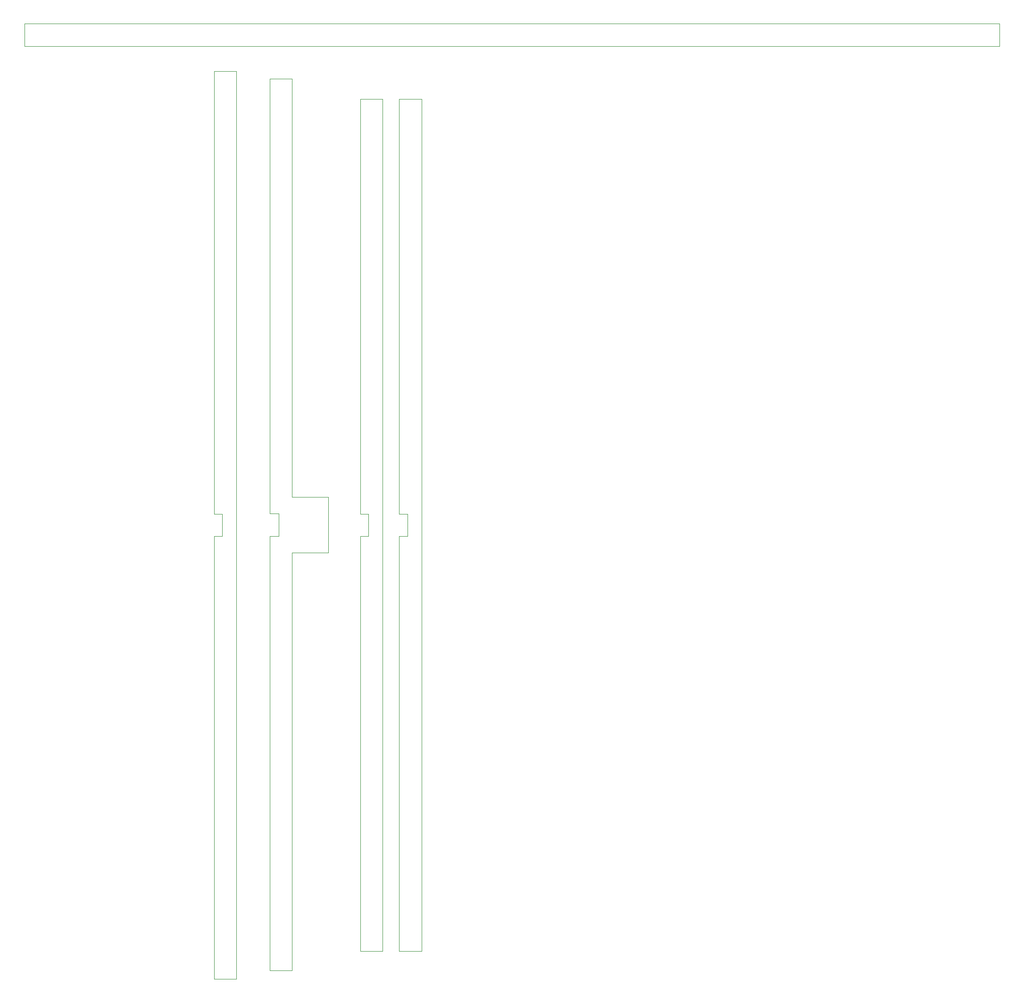
<source format=gm1>
G04 #@! TF.GenerationSoftware,KiCad,Pcbnew,8.0.2+b1*
G04 #@! TF.CreationDate,2024-06-09T20:50:13-04:00*
G04 #@! TF.ProjectId,915-yagi,3931352d-7961-4676-992e-6b696361645f,rev?*
G04 #@! TF.SameCoordinates,Original*
G04 #@! TF.FileFunction,Profile,NP*
%FSLAX46Y46*%
G04 Gerber Fmt 4.6, Leading zero omitted, Abs format (unit mm)*
G04 Created by KiCad (PCBNEW 8.0.2+b1) date 2024-06-09 20:50:13*
%MOMM*%
%LPD*%
G01*
G04 APERTURE LIST*
G04 #@! TA.AperFunction,Profile*
%ADD10C,0.050000*%
G04 #@! TD*
G04 APERTURE END LIST*
D10*
X88750000Y-184000000D02*
X84750000Y-184000000D01*
X84750000Y-109500000D01*
X86250000Y-109500000D01*
X86250000Y-105500000D01*
X84750000Y-105500000D01*
X84750000Y-31000000D01*
X88750000Y-31000000D01*
X88750000Y-184000000D01*
X81750000Y-184000000D02*
X77750000Y-184000000D01*
X77750000Y-109500000D01*
X79250000Y-109500000D01*
X79250000Y-105500000D01*
X77750000Y-105500000D01*
X77750000Y-31000000D01*
X81750000Y-31000000D01*
X81750000Y-184000000D01*
X17500000Y-17500000D02*
X192500000Y-17500000D01*
X192500000Y-21500000D01*
X17500000Y-21500000D01*
X17500000Y-17500000D01*
X55500000Y-189000000D02*
X51500000Y-189000000D01*
X51500000Y-109500000D01*
X53000000Y-109500000D01*
X53000000Y-105500000D01*
X51500000Y-105500000D01*
X51500000Y-26000000D01*
X55500000Y-26000000D01*
X55500000Y-189000000D01*
X65500000Y-102500000D02*
X72000000Y-102500000D01*
X72000000Y-112500000D01*
X65500000Y-112500000D01*
X65500000Y-187500000D01*
X61500000Y-187500000D01*
X61500000Y-109500000D01*
X63100000Y-109500000D01*
X63100000Y-105400000D01*
X61500000Y-105400000D01*
X61500000Y-27400000D01*
X65500000Y-27400000D01*
X65500000Y-102500000D01*
M02*

</source>
